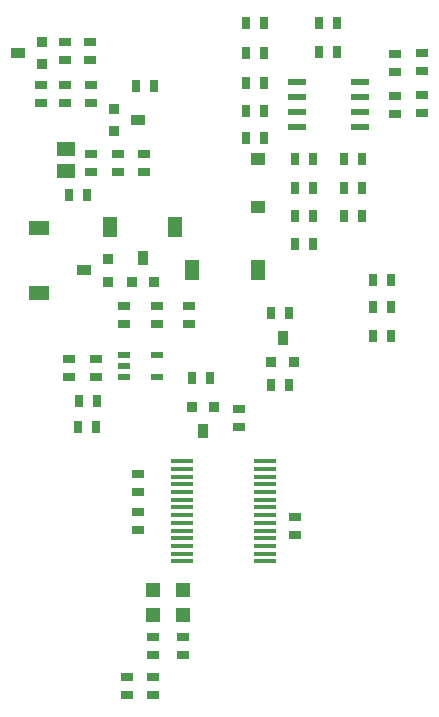
<source format=gtp>
G04 Layer_Color=8421504*
%FSLAX25Y25*%
%MOIN*%
G70*
G01*
G75*
%ADD10R,0.03600X0.05000*%
%ADD11R,0.03600X0.03600*%
%ADD12R,0.03000X0.04000*%
%ADD13R,0.04000X0.03000*%
%ADD14R,0.04921X0.03937*%
%ADD15R,0.05118X0.06929*%
%ADD16R,0.06929X0.05118*%
%ADD17R,0.03600X0.03600*%
%ADD18R,0.05000X0.03600*%
%ADD19R,0.06102X0.02362*%
%ADD20R,0.07284X0.01772*%
%ADD21R,0.04724X0.04724*%
%ADD22R,0.04331X0.02362*%
%ADD23R,0.05906X0.05118*%
D10*
X-6850Y104992D02*
D03*
X-26800Y162883D02*
D03*
X19700Y136073D02*
D03*
D11*
X-10550Y112992D02*
D03*
X-3050D02*
D03*
X-23100Y154883D02*
D03*
X-30600D02*
D03*
X23400Y128073D02*
D03*
X15900D02*
D03*
D12*
X-4373Y122675D02*
D03*
X-10373D02*
D03*
X49885Y136660D02*
D03*
X55885D02*
D03*
X22000Y120340D02*
D03*
X16000D02*
D03*
X21958Y144340D02*
D03*
X15958D02*
D03*
X37958Y231340D02*
D03*
X31958D02*
D03*
X7585Y202660D02*
D03*
X13585D02*
D03*
X7542Y241160D02*
D03*
X13543D02*
D03*
X31892D02*
D03*
X37892D02*
D03*
X55885Y146460D02*
D03*
X49885D02*
D03*
X55885Y155400D02*
D03*
X49885D02*
D03*
X13457Y221160D02*
D03*
X7457D02*
D03*
X13500Y211660D02*
D03*
X7500D02*
D03*
X29802Y195660D02*
D03*
X23802D02*
D03*
X46042D02*
D03*
X40042D02*
D03*
X7457Y231180D02*
D03*
X13457D02*
D03*
X46042Y186160D02*
D03*
X40042D02*
D03*
X29802D02*
D03*
X23802D02*
D03*
X46085Y176820D02*
D03*
X40085D02*
D03*
X29802Y176660D02*
D03*
X23802D02*
D03*
X29760Y167340D02*
D03*
X23760D02*
D03*
X-48352Y106431D02*
D03*
X-42352D02*
D03*
X-42107Y115251D02*
D03*
X-48107D02*
D03*
X-45304Y183660D02*
D03*
X-51304D02*
D03*
X-23020Y220160D02*
D03*
X-29021D02*
D03*
D13*
X5340Y106342D02*
D03*
Y112342D02*
D03*
X-32000Y23000D02*
D03*
Y17000D02*
D03*
X-23340Y23000D02*
D03*
Y17000D02*
D03*
X-28506Y84845D02*
D03*
Y90845D02*
D03*
X-28304Y78000D02*
D03*
Y72000D02*
D03*
X24000Y70500D02*
D03*
Y76500D02*
D03*
X66340Y211000D02*
D03*
Y217000D02*
D03*
Y225043D02*
D03*
Y231043D02*
D03*
X-21988Y140850D02*
D03*
Y146850D02*
D03*
X-51310Y123176D02*
D03*
Y129175D02*
D03*
X-42309Y123133D02*
D03*
Y129133D02*
D03*
X-44160Y191542D02*
D03*
Y197543D02*
D03*
X-13340Y30457D02*
D03*
Y36457D02*
D03*
X-23340Y30457D02*
D03*
Y36457D02*
D03*
X57160Y210958D02*
D03*
Y216957D02*
D03*
Y224957D02*
D03*
Y230958D02*
D03*
X-11524Y146745D02*
D03*
Y140745D02*
D03*
X-33000Y146850D02*
D03*
Y140850D02*
D03*
X-35160Y197543D02*
D03*
Y191542D02*
D03*
X-26340Y191457D02*
D03*
Y197458D02*
D03*
X-52660Y220543D02*
D03*
Y214543D02*
D03*
X-44160Y220543D02*
D03*
Y214543D02*
D03*
X-44340Y228958D02*
D03*
Y234958D02*
D03*
X-52840Y228958D02*
D03*
Y234958D02*
D03*
X-60797Y214458D02*
D03*
Y220458D02*
D03*
D14*
X11445Y179921D02*
D03*
Y195669D02*
D03*
D15*
X-37945Y173000D02*
D03*
X-16055D02*
D03*
X-10445Y158700D02*
D03*
X11445D02*
D03*
D16*
X-61500Y172945D02*
D03*
Y151055D02*
D03*
D17*
X-60483Y234900D02*
D03*
Y227400D02*
D03*
X-36517Y205100D02*
D03*
Y212600D02*
D03*
X-38483Y162400D02*
D03*
Y154900D02*
D03*
D18*
X-68483Y231200D02*
D03*
X-28517Y208800D02*
D03*
X-46483Y158700D02*
D03*
D19*
X45630Y221500D02*
D03*
Y216500D02*
D03*
Y211500D02*
D03*
Y206500D02*
D03*
X24370D02*
D03*
Y211500D02*
D03*
Y216500D02*
D03*
Y221500D02*
D03*
D20*
X13712Y94996D02*
D03*
Y92437D02*
D03*
Y89878D02*
D03*
Y87319D02*
D03*
Y84760D02*
D03*
Y82201D02*
D03*
Y79642D02*
D03*
Y77083D02*
D03*
Y74524D02*
D03*
Y71965D02*
D03*
Y69406D02*
D03*
Y66847D02*
D03*
Y64287D02*
D03*
Y61728D02*
D03*
X-13847D02*
D03*
Y64287D02*
D03*
Y66847D02*
D03*
Y69406D02*
D03*
Y71965D02*
D03*
Y74524D02*
D03*
Y77083D02*
D03*
Y79642D02*
D03*
Y82201D02*
D03*
Y84760D02*
D03*
Y87319D02*
D03*
Y89878D02*
D03*
Y92437D02*
D03*
Y94996D02*
D03*
D21*
X-23340Y52134D02*
D03*
Y43866D02*
D03*
X-13500D02*
D03*
Y52134D02*
D03*
D22*
X-22025Y123052D02*
D03*
X-33049Y126792D02*
D03*
X-22025Y130532D02*
D03*
X-33049Y123052D02*
D03*
Y130532D02*
D03*
D23*
X-52480Y191760D02*
D03*
Y199240D02*
D03*
M02*

</source>
